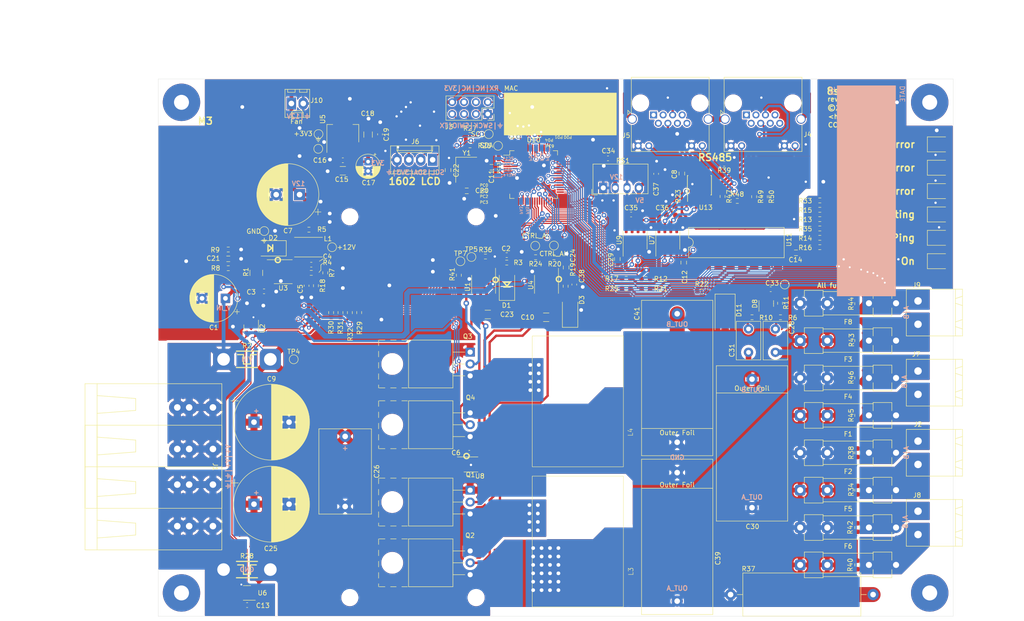
<source format=kicad_pcb>
(kicad_pcb (version 20230620) (generator pcbnew)

  (general
    (thickness 1.6)
  )

  (paper "A4")
  (layers
    (0 "F.Cu" signal)
    (31 "B.Cu" signal)
    (32 "B.Adhes" user "B.Adhesive")
    (33 "F.Adhes" user "F.Adhesive")
    (34 "B.Paste" user)
    (35 "F.Paste" user)
    (36 "B.SilkS" user "B.Silkscreen")
    (37 "F.SilkS" user "F.Silkscreen")
    (38 "B.Mask" user)
    (39 "F.Mask" user)
    (40 "Dwgs.User" user "User.Drawings")
    (41 "Cmts.User" user "User.Comments")
    (42 "Eco1.User" user "User.Eco1")
    (43 "Eco2.User" user "User.Eco2")
    (44 "Edge.Cuts" user)
    (45 "Margin" user)
    (46 "B.CrtYd" user "B.Courtyard")
    (47 "F.CrtYd" user "F.Courtyard")
    (48 "B.Fab" user)
    (49 "F.Fab" user)
  )

  (setup
    (stackup
      (layer "F.SilkS" (type "Top Silk Screen"))
      (layer "F.Paste" (type "Top Solder Paste"))
      (layer "F.Mask" (type "Top Solder Mask") (thickness 0.01))
      (layer "F.Cu" (type "copper") (thickness 0.035))
      (layer "dielectric 1" (type "core") (thickness 1.51) (material "FR4") (epsilon_r 4.5) (loss_tangent 0.02))
      (layer "B.Cu" (type "copper") (thickness 0.035))
      (layer "B.Mask" (type "Bottom Solder Mask") (thickness 0.01))
      (layer "B.Paste" (type "Bottom Solder Paste"))
      (layer "B.SilkS" (type "Bottom Silk Screen"))
      (copper_finish "None")
      (dielectric_constraints no)
    )
    (pad_to_mask_clearance 0.051)
    (solder_mask_min_width 0.25)
    (grid_origin 349.7 9.1)
    (pcbplotparams
      (layerselection 0x00011fc_ffffffff)
      (plot_on_all_layers_selection 0x0000000_00000000)
      (disableapertmacros false)
      (usegerberextensions false)
      (usegerberattributes false)
      (usegerberadvancedattributes false)
      (creategerberjobfile false)
      (dashed_line_dash_ratio 12.000000)
      (dashed_line_gap_ratio 3.000000)
      (svgprecision 4)
      (plotframeref false)
      (viasonmask false)
      (mode 1)
      (useauxorigin false)
      (hpglpennumber 1)
      (hpglpenspeed 20)
      (hpglpendiameter 15.000000)
      (pdf_front_fp_property_popups true)
      (pdf_back_fp_property_popups true)
      (dxfpolygonmode true)
      (dxfimperialunits true)
      (dxfusepcbnewfont true)
      (psnegative false)
      (psa4output false)
      (plotreference true)
      (plotvalue true)
      (plotinvisibletext false)
      (sketchpadsonfab false)
      (subtractmaskfromsilk false)
      (outputformat 1)
      (mirror false)
      (drillshape 0)
      (scaleselection 1)
      (outputdirectory "gerber")
    )
  )

  (net 0 "")
  (net 1 "GND")
  (net 2 "Net-(U10-PA3)")
  (net 3 "+3V3")
  (net 4 "/VIN_MON")
  (net 5 "Net-(D2-K)")
  (net 6 "Net-(U3-FB)")
  (net 7 "/OUT_A")
  (net 8 "/OUT_B")
  (net 9 "/VIN")
  (net 10 "/GND_MEAS")
  (net 11 "/DRV1")
  (net 12 "/DRV2")
  (net 13 "/DRV3")
  (net 14 "/DRV4")
  (net 15 "/SWCLK")
  (net 16 "/SWDIO")
  (net 17 "+5VD")
  (net 18 "/RX485_A")
  (net 19 "/RS485_B")
  (net 20 "GND2")
  (net 21 "/SDA")
  (net 22 "/SCL")
  (net 23 "Net-(D8-A1)")
  (net 24 "/PULSE_RX")
  (net 25 "Net-(D8-A2)")
  (net 26 "unconnected-(J4-Pad1)")
  (net 27 "unconnected-(J4-Pad2)")
  (net 28 "Net-(D11-K)")
  (net 29 "/RJL4")
  (net 30 "/RJL3")
  (net 31 "/Q0")
  (net 32 "Net-(D1-A)")
  (net 33 "/SLED1")
  (net 34 "/SLED2")
  (net 35 "/SLED3")
  (net 36 "/SLED4")
  (net 37 "Net-(D3-A)")
  (net 38 "Net-(D4-K)")
  (net 39 "Net-(D5-K)")
  (net 40 "Net-(D6-K)")
  (net 41 "Net-(D7-K)")
  (net 42 "/XT1")
  (net 43 "/XT2")
  (net 44 "unconnected-(J5-Pad1)")
  (net 45 "unconnected-(J5-Pad2)")
  (net 46 "/GND_RS485")
  (net 47 "unconnected-(J4-Pad7)")
  (net 48 "unconnected-(J4-Pad8)")
  (net 49 "unconnected-(J5-Pad7)")
  (net 50 "Net-(C4-Pad1)")
  (net 51 "unconnected-(J5-Pad8)")
  (net 52 "+12V")
  (net 53 "Net-(U3-BS)")
  (net 54 "/ILIM")
  (net 55 "/RJL2")
  (net 56 "/RJL1")
  (net 57 "/RS485_DE_ISO")
  (net 58 "/PAD")
  (net 59 "/VB2")
  (net 60 "/VB1")
  (net 61 "/MON_H")
  (net 62 "/MON_L")
  (net 63 "/RS485_RX")
  (net 64 "/RS485_DE")
  (net 65 "unconnected-(J3-Pin_4-Pad4)")
  (net 66 "unconnected-(J3-Pin_6-Pad6)")
  (net 67 "/RS485_RX_ISO")
  (net 68 "Net-(U10-PD0)")
  (net 69 "/VISO_SENSE")
  (net 70 "/RS485_TX")
  (net 71 "/RS485_TX_ISO")
  (net 72 "Net-(U10-PD1)")
  (net 73 "Net-(U10-PD2)")
  (net 74 "Net-(U10-PD3)")
  (net 75 "Net-(U10-PD4)")
  (net 76 "Net-(U10-PD5)")
  (net 77 "Net-(U10-PD6)")
  (net 78 "Net-(U10-PC0)")
  (net 79 "Net-(U10-PC1)")
  (net 80 "Net-(U10-PC2)")
  (net 81 "Net-(U10-PC3)")
  (net 82 "/MON_FAULT_CURRENT")
  (net 83 "/MON_L_ADC")
  (net 84 "/MON_H_ADC")
  (net 85 "Net-(U10-PC9)")
  (net 86 "/RJL1D")
  (net 87 "/RJL2D")
  (net 88 "/RJL3D")
  (net 89 "Net-(U10-PC11)")
  (net 90 "Net-(U10-PC12)")
  (net 91 "Net-(U10-PC13)")
  (net 92 "Net-(U10-PC14{slash}OSC32_IN)")
  (net 93 "Net-(U10-PC15{slash}OSC32_OUT)")
  (net 94 "Net-(U10-PB5)")
  (net 95 "Net-(U10-PA5)")
  (net 96 "Net-(U10-VREF+)")
  (net 97 "/RJL4D")
  (net 98 "Net-(U10-VBAT)")
  (net 99 "/DBG_TX")
  (net 100 "/DBG_RX")
  (net 101 "Net-(R12-Pad1)")
  (net 102 "Net-(R17-Pad1)")
  (net 103 "Net-(R21-Pad1)")
  (net 104 "Net-(R25-Pad1)")
  (net 105 "unconnected-(U3-EN-Pad6)")
  (net 106 "unconnected-(U3-POK-Pad7)")
  (net 107 "Net-(D9-K)")
  (net 108 "Net-(D10-K)")
  (net 109 "/SLED6")
  (net 110 "/SLED5")
  (net 111 "/VIN_INPUT")
  (net 112 "/Q1")
  (net 113 "/DRV_B")
  (net 114 "/DRV_A")
  (net 115 "unconnected-(J4-Pad3)")
  (net 116 "unconnected-(J4-Pad6)")
  (net 117 "unconnected-(J5-Pad3)")
  (net 118 "unconnected-(J5-Pad6)")
  (net 119 "/CTRL_AH")
  (net 120 "/CTRL_AL")
  (net 121 "/CTRL_BH")
  (net 122 "/CTRL_BL")
  (net 123 "unconnected-(U8-Alert-Pad3)")
  (net 124 "unconnected-(U10-NRST-Pad12)")
  (net 125 "/Q2")
  (net 126 "/Q3")
  (net 127 "/Q4")
  (net 128 "/Q5")
  (net 129 "/Q6")
  (net 130 "/Q7")
  (net 131 "/FM1")
  (net 132 "/FM0")
  (net 133 "/FM5")
  (net 134 "/FM4")
  (net 135 "/FM7")
  (net 136 "/FM6")
  (net 137 "/FM3")
  (net 138 "/FM2")
  (net 139 "Net-(R47-Pad2)")
  (net 140 "Net-(R48-Pad2)")
  (net 141 "Net-(R49-Pad2)")
  (net 142 "Net-(R50-Pad2)")

  (footprint "Resistor_SMD:R_0603_1608Metric_Pad0.98x0.95mm_HandSolder" (layer "F.Cu") (at 121.4 49.1))

  (footprint "Connectors_Molex:Molex_KK-6410-02_02x2.54mm_Straight" (layer "F.Cu") (at 83.2 42.35))

  (footprint "Connector_RJ:RJ45_Amphenol_RJHSE538X" (layer "F.Cu") (at 180.5 44.8))

  (footprint "Resistor_SMD:R_0603_1608Metric_Pad0.98x0.95mm_HandSolder" (layer "F.Cu") (at 196.2 71.1))

  (footprint "Capacitors_SMD:C_0603_HandSoldering" (layer "F.Cu") (at 167.1 76.4 90))

  (footprint "Capacitors_SMD:C_0603_HandSoldering" (layer "F.Cu") (at 120.7 61.05 180))

  (footprint "Capacitors_SMD:C_0603_HandSoldering" (layer "F.Cu") (at 116.7 56.6 90))

  (footprint "Capacitors_SMD:C_0603_HandSoldering" (layer "F.Cu") (at 141.95 77.45 90))

  (footprint "Capacitors_SMD:C_0603_HandSoldering" (layer "F.Cu") (at 152.9 75.65 90))

  (footprint "Connectors_Molex:Molex_KK-6410-04_04x2.54mm_Straight" (layer "F.Cu") (at 113.4 54.4 180))

  (footprint "Resistor_SMD:R_0603_1608Metric_Pad0.98x0.95mm_HandSolder" (layer "F.Cu") (at 165.3 65.3 90))

  (footprint "Resistor_SMD:R_0603_1608Metric_Pad0.98x0.95mm_HandSolder" (layer "F.Cu") (at 121.4 51.3))

  (footprint "Crystal:Crystal_SMD_3225-4Pin_3.2x2.5mm_HandSoldering" (layer "F.Cu") (at 120.6 56.55 -90))

  (footprint "MountingHole:MountingHole_3.2mm_M3" (layer "F.Cu") (at 59.7 42.1))

  (footprint "MountingHole:MountingHole_3.2mm_M3" (layer "F.Cu") (at 219.7 42.1))

  (footprint "MountingHole:MountingHole_3.2mm_M3" (layer "F.Cu") (at 59.7 147.1))

  (footprint "MountingHole:MountingHole_3.2mm_M3" (layer "F.Cu") (at 219.7 147.1))

  (footprint "Capacitors_SMD:C_0603_HandSoldering" (layer "F.Cu") (at 69.7 75.6))

  (footprint "Resistor_SMD:R_0603_1608Metric_Pad0.98x0.95mm_HandSolder" (layer "F.Cu") (at 196.2 65.1))

  (footprint "Connector_RJ:RJ45_Amphenol_RJHSE538X" (layer "F.Cu") (at 160.65 44.8))

  (footprint "Resistor_SMD:R_0603_1608Metric_Pad0.98x0.95mm_HandSolder" (layer "F.Cu") (at 135.425 75.25 180))

  (footprint "Resistor_SMD:R_0603_1608Metric_Pad1.05x0.95mm_HandSolder" (layer "F.Cu") (at 175.75 55.25 180))

  (footprint "Package_SO:SOIC-8_3.9x4.9mm_P1.27mm" (layer "F.Cu") (at 170.45 59.85 90))

  (footprint "Capacitors_SMD:C_0603_HandSoldering" (layer "F.Cu") (at 166.7 57.35 90))

  (footprint "TestPoint:TestPoint_Pad_D1.5mm" (layer "F.Cu") (at 89 48.9))

  (footprint "TestPoint:TestPoint_Pad_D1.5mm" (layer "F.Cu") (at 135.35 72.8))

  (footprint "TestPoint:TestPoint_Pad_D1.5mm" (layer "F.Cu") (at 125.4 48.9 90))

  (footprint "TestPoint:TestPoint_Pad_D1.5mm" (layer "F.Cu") (at 127.4 51.4 90))

  (footprint "TestPoint:TestPoint_Pad_D1.5mm" (layer "F.Cu") (at 77.4 69.65))

  (footprint "TestPoint:TestPoint_Pad_D1.5mm" (layer "F.Cu") (at 88.95 52.05))

  (footprint "Capacitor_SMD:C_1206_3216Metric_Pad1.42x1.75mm_HandSolder" (layer "F.Cu") (at 125.2 87.5 180))

  (footprint "Resistor_SMD:R_0603_1608Metric_Pad0.98x0.95mm_HandSolder" (layer "F.Cu") (at 196.2 67.1))

  (footprint "Resistor_SMD:R_0603_1608Metric_Pad0.98x0.95mm_HandSolder" (layer "F.Cu") (at 196.2 73.1))

  (footprint "Capacitors_SMD:C_0603_HandSoldering" (layer "F.Cu") (at 126 56 180))

  (footprint "Resistor_SMD:R_0603_1608Metric_Pad0.98x0.95mm_HandSolder" (layer "F.Cu") (at 69.7 73.6 180))

  (footprint "Capacitors_SMD:C_0603_HandSoldering" (layer "F.Cu") (at 191.1 74.3))

  (footprint "Capacitor_THT:CP_Radial_D10.0mm_P5.00mm" (layer "F.Cu") (at 69.1 84.05 180))

  (footprint "Capacitor_SMD:C_0603_1608Metric_Pad1.05x0.95mm_HandSolder" (layer "F.Cu") (at 77.35 82.55))

  (footprint "Capacitor_SMD:C_0603_1608Metric_Pad1.05x0.95mm_HandSolder" (layer "F.Cu") (at 87.45 76.85 180))

  (footprint "Capacitor_SMD:C_0603_1608Metric_Pad1.05x0.95mm_HandSolder" (layer "F.Cu") (at 86.45 81.35 -90))

  (footprint "Capacitor_THT:CP_Radial_D13.0mm_P5.00mm" (layer "F.Cu")
    (tstamp 00000000-0000-0000-0000-00005e8d1051)
    (at 84.95 61.85 180)
    (descr "CP, Radial series, Radial, pin pitch=5.00mm, , diameter=13mm, Electrolytic Capacitor")
    (tags "CP Radial series Radial pin pitch 5.00mm  diameter 13mm Electrolytic Capacitor")
    (property "Reference" "C7" (at 2.5 -7.75 0) (layer "F.SilkS") (tstamp 85be39c5-e5af-4061-b793-a753441f68a9)
      (effects (font (size 1 1) (thickness 0.15)))
    )
    (property "Value" "2200uF/25V/2A" (at 2.5 7.75 0) (layer "F.Fab") (tstamp 72a3f341-c25c-4f04-8126-aca266158260)
      (effects (font (size 1 1) (thickness 0.15)))
    )
    (property "Footprint" "" (at 0 0 180 unlocked) (layer "F.Fab") hide (tstamp bcc14e15-af8c-4a04-a1b1-ed969ed481e2)
      (effects (font (size 1.27 1.27)))
    )
    (property "Datasheet" "" (at 0 0 180 unlocked) (layer "F.Fab") hide (tstamp e547cc7d-dd1b-4b27-82ee-34daddfc5aca)
      (effects (font (size 1.27 1.27)))
    )
    (property "Description" "" (at 0 0 180 unlocked) (layer "F.Fab") hide (tstamp 3194d05e-10fa-42d9-8087-de2e90b0b0e7)
      (effects (font (size 1.27 1.27)))
    )
    (property "LCSC" "C59339" (at 0 0 0) (layer "F.Fab") hide (tstamp c40dd6ce-aa5f-42b0-b5d0-9c5a865aebdf)
      (effects (font (size 1 1) (thickness 0.15)))
    )
    (property "Mfg" "CapXon" (at 0 0 0) (layer "F.Fab") hide (tstamp 95aa0ab3-290a-4896-a570-a46a7604d937)
      (effects (font (size 1 1) (thickness 0.15)))
    )
    (property "PN" "63YXF220MFFCT810X20" (at 0 0 0) (layer "F.Fab") hide (tstamp 700500a9-12fd-4655-b9d5-30c7e8e676de)
      (effects (font (size 1 1) (thickness 0.15)))
    )
    (path "/00000000-0000-0000-0000-00005edd5d4e")
    (sheetfile "driver.kicad_sch")
    (attr through_hole)
    (fp_line (start 9.101 -0.475) (end 9.101 0.475)
      (stroke (width 0.12) (type solid)) (layer "F.SilkS") (tstamp acf7e086-1e0f-4e7a-9ab3-475a22760028))
    (fp_line (start 9.061 -0.85) (end 9.061 0.85)
      (stroke (width 0.12) (type solid)) (layer "F.SilkS") (tstamp 60421c1b-eef8-44ce-be10-4ab39995f529))
    (fp_line (start 9.021 -1.107) (end 9.021 1.107)
      (stroke (width 0.12) (type solid)) (layer "F.SilkS") (tstamp d6f68eae-5f75-4b95-9c8c-8968a1846032))
    (fp_line (start 8.981 -1.315) (end 8.981 1.315)
      (stroke (width 0.12) (type solid)) (layer "F.SilkS") (tstamp 7e48f2c6-dcb6-413f-b883-e36118da2ad5))
    (fp_line (start 8.941 -1.494) (end 8.941 1.494)
      (stroke (width 0.12) (type solid)) (layer "F.SilkS") (tstamp a60630df-4bee-45cf-9721-adf60d13bf24))
    (fp_line (start 8.901 -1.653) (end 8.901 1.653)
      (stroke (width 0.12) (type solid)) (layer "F.SilkS") (tstamp 3ef24e2c-6c0f-4ae2-a791-8214e074b36f))
    (fp_line (start 8.861 -1.798) (end 8.861 1.798)
      (stroke (width 0.12) (type solid)) (layer "F.SilkS") (tstamp 73079d4b-e8c6-4e56-a8de-5056c9f43817))
    (fp_line (start 8.821 -1.931) (end 8.821 1.931)
      (stroke (width 0.12) (type solid)) (layer "F.SilkS") (tstamp 12349522-40b2-4407-bb8b-f163e0bdc3db))
    (fp_line (start 8.781 -2.055) (end 8.781 2.055)
      (stroke (width 0.12) (type solid)) (layer "F.SilkS") (tstamp 59f55c1b-b0c1-4569-a1e6-e770f130853f))
    (fp_line (start 8.741 -2.171) (end 8.741 2.171)
      (stroke (width 0.12) (type solid)) (layer "F.SilkS") (tstamp 655fa3dd-bd90-42f7-9b43-3cdc8a6d84d7))
    (fp_line (start 8.701 -2.281) (end 8.701 2.281)
      (stroke (width 0.12) (type solid)) (layer "F.SilkS") (tstamp d60211d5-9e74-4f2a-a299-67a744f9403d))
    (fp_line (start 8.661 -2.385) (end 8.661 2.385)
      (stroke (width 0.12) (type solid)) (layer "F.SilkS") (tstamp c3541135-99b3-4b5d-8355-41a94bc8bc5c))
    (fp_line (start 8.621 -2.484) (end 8.621 2.484)
      (stroke (width 0.12) (type solid)) (layer "F.SilkS") (tstamp eaf24fe6-fde0-469b-93fc-3b06c66710b6))
    (fp_line (start 8.581 -2.579) (end 8.581 2.579)
      (stroke (width 0.12) (type solid)) (layer "F.SilkS") (tstamp b414d886-aad2-4e24-9746-98e275f0613e))
    (fp_line (start 8.541 -2.67) (end 8.541 2.67)
      (stroke (width 0.12) (type solid)) (layer "F.SilkS") (tstamp 9f861e73-e10a-4c4c-9330-23244725ec28))
    (fp_line (start 8.501 -2.758) (end 8.501 2.758)
      (stroke (width 0.12) (type solid)) (layer "F.SilkS") (tstamp dfc4ae1e-b623-4226-84eb-826f87d4a08e))
    (fp_line (start 8.461 -2.842) (end 8.461 2.842)
      (stroke (width 0.12) (type solid)) (layer "F.SilkS") (tstamp 66289028-c3c2-46ab-88df-8857ace83b4a))
    (fp_line (start 8.421 -2.923) (end 8.421 2.923)
      (stroke (width 0.12) (type solid)) (layer "F.SilkS") (tstamp ce431cfe-f811-49ac-ac97-a0924bd29581))
    (fp_line (start 8.381 -3.002) (end 8.381 3.002)
      (stroke (width 0.12) (type solid)) (layer "F.SilkS") (tstamp 6a86631c-298f-4194-b5c8-b0380d50e622))
    (fp_line (start 8.341 -3.078) (end 8.341 3.078)
      (stroke (width 0.12) (type solid)) (layer "F.SilkS") (tstamp 6d578ae9-0227-45d1-a644-13996610bc50))
    (fp_line (start 8.301 -3.152) (end 8.301 3.152)
      (stroke (width 0.12) (type solid)) (layer "F.SilkS") (tstamp a9b721e9-df10-4742-85c9-a36eefd5e8a5))
    (fp_line (start 8.261 -3.223) (end 8.261 3.223)
      (stroke (width 0.12) (type solid)) (layer "F.SilkS") (tstamp b7903d1f-d7c0-4ce3-b32e-a63b16cbbfce))
    (fp_line (start 8.221 -3.293) (end 8.221 3.293)
      (stroke (width 0.12) (type solid)) (layer "F.SilkS") (tstamp 28f47d99-7e58-424f-a74d-4ca7f6979b46))
    (fp_line (start 8.181 -3.361) (end 8.181 3.361)
      (stroke (width 0.12) (type solid)) (layer "F.SilkS") (tstamp 199cdef9-c62a-406c-83aa-030a2c2a7e80))
    (fp_line (start 8.141 -3.427) (end 8.141 3.427)
      (stroke (width 0.12) (type solid)) (layer "F.SilkS") (tstamp 57f996a8-9655-43c3-a374-a192b7478b6c))
    (fp_line (start 8.101 -3.491) (end 8.101 3.491)
      (stroke (width 0.12) (type solid)) (layer "F.SilkS") (tstamp b568a65e-80c4-48b0-930f-aa9d48255dc6))
    (fp_line (start 8.061 -3.554) (end 8.061 3.554)
      (stroke (width 0.12) (type solid)) (layer "F.SilkS") (tstamp 1a06f0bc-1869-4f49-a9fb-a016275ce901))
    (fp_line (start 8.021 -3.615) (end 8.021 3.615)
      (stroke (width 0.12) (type solid)) (layer "F.SilkS") (tstamp 539b7f03-390d-4ab6-9647-6a8780da649e))
    (fp_line (start 7.981 -3.675) (end 7.981 3.675)
      (stroke (width 0.12) (type solid)) (layer "F.SilkS") (tstamp edf7c908-4faa-4d30-bb11-80ff45221b18))
    (fp_line (start 7.941 -3.733) (end 7.941 3.733)
      (stroke (width 0.12) (type solid)) (layer "F.SilkS") (tstamp 72d81978-95d9-41a9-ad23-392eef8e603c))
    (fp_line (start 7.901 -3.79) (end 7.901 3.79)
      (stroke (width 0.12) (type solid)) (layer "F.SilkS") (tstamp 2d4c8b12-a0fb-4e5d-af02-c4a83317ec03))
    (fp_line (start 7.861 -3.846) (end 7.861 3.846)
      (stroke (width 0.12) (type solid)) (layer "F.SilkS") (tstamp 26b7552c-f2f6-4ed0-a0f8-7d36090dd2af))
    (fp_line (start 7.821 -3.9) (end 7.821 3.9)
      (stroke (width 0.12) (type solid)) (layer "F.SilkS") (tstamp 4d3a8a5d-266b-428c-9860-bbd3fd84c4a7))
    (fp_line (start 7.781 -3.954) (end 7.781 3.954)
      (stroke (width 0.12) (type solid)) (layer "F.SilkS") (tstamp f49536f9-a984-4b3c-952b-6762f75c070e))
    (fp_line (start 7.741 -4.006) (end 7.741 4.006)
      (stroke (width 0.12) (type solid)) (layer "F.SilkS") (tstamp 5b0e6f90-6236-4c34-9721-206fc11fae37))
    (fp_line (start 7.701 -4.057) (end 7.701 4.057)
      (stroke (width 0.12) (type solid)) (layer "F.SilkS") (tstamp 90b4dd07-1ac3-43e0-806b-5b36b1f89618))
    (fp_line (start 7.661 -4.108) (end 7.661 4.108)
      (stroke (width 0.12) (type solid)) (layer "F.SilkS") (tstamp c72c2e4c-24d7-48e8-a005-38727d59f544))
    (fp_line (start 7.621 -4.157) (end 7.621 4.157)
      (stroke (width 0.12) (type solid
... [2279746 chars truncated]
</source>
